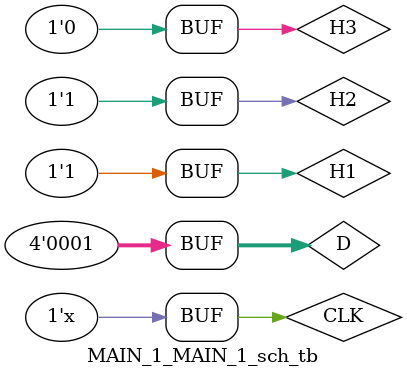
<source format=v>

`timescale 1ns / 1ps

module MAIN_1_MAIN_1_sch_tb();

// Inputs
   reg H3;
   reg H2;
   reg H1;
   reg CLK;
   reg [3:0] D;

// Output
   wire A;
   wire AA;
   wire B;
   wire BB;
   wire C;
   wire CC;

// Bidirs

// Instantiate the UUT
   MAIN_1 UUT (
		.H3(H3), 
		.H2(H2), 
		.H1(H1), 
		.CLK(CLK), 
		.D(D), 
		.A(A), 
		.AA(AA), 
		.B(B), 
		.BB(BB), 
		.C(C), 
		.CC(CC)
   );
// Initialize Inputs
  initial begin
		H3 = 0;
		H2 = 0;
		H1 = 0;
	  D=4'b0001;
		CLK=1;	
   end
	always begin
	#20;
	CLK=~CLK;
	end
	always begin
	H1=1;
	#2000;
	H1=0;
	#3000;
	H1=1;
	#1000;	
	end
	always begin
	H2=0;
	#3000;
	H2=1;
	#3000;
	end
	always begin
	H3=0;
	#1000;
	H3=1;
	#3000;
	H3=0;
	#2000;
	end

endmodule


</source>
